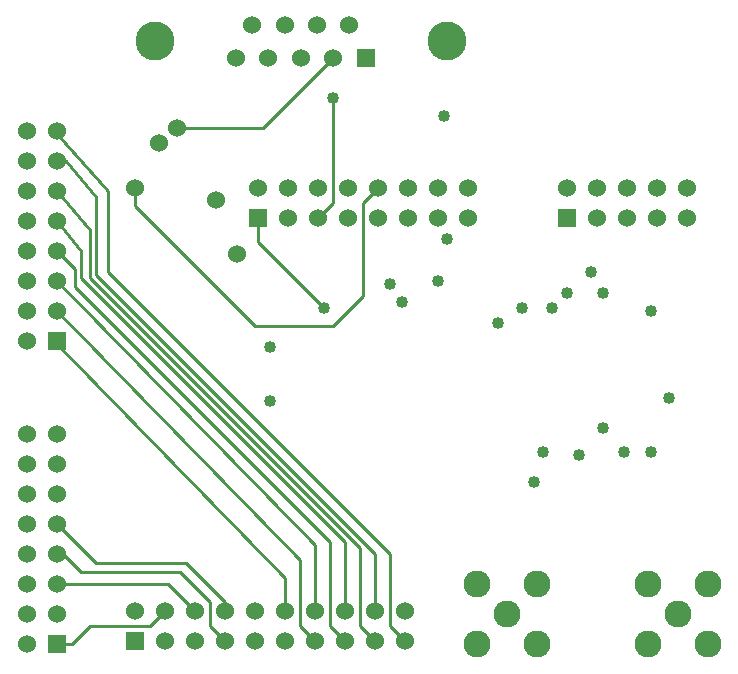
<source format=gbr>
From 53c42b897350587f5d47d722fa09bb787f3a6bdf Mon Sep 17 00:00:00 2001
From: matt
Date: Wed, 16 Aug 2006 05:12:35 +0000
Subject: add in generated files

git-svn-id: http://gnuradio.org/svn/gnuradio/trunk@3305 221aa14e-8319-0410-a670-987f0aec2ac5
---
 usrp-hw/basic-dboard/gbr/txmod_group4.gbr | 260 ++++++++++++++++++++++++++++++
 1 file changed, 260 insertions(+)
 create mode 100644 usrp-hw/basic-dboard/gbr/txmod_group4.gbr

(limited to 'usrp-hw/basic-dboard/gbr/txmod_group4.gbr')

diff --git a/usrp-hw/basic-dboard/gbr/txmod_group4.gbr b/usrp-hw/basic-dboard/gbr/txmod_group4.gbr
new file mode 100644
index 000000000..798450da0
--- /dev/null
+++ b/usrp-hw/basic-dboard/gbr/txmod_group4.gbr
@@ -0,0 +1,260 @@
+G04 Title: TX Daughterboard, layergroup #4 *
+G04 Creator: pcb-bin 1.99p *
+G04 CreationDate: Thu Dec 30 02:16:24 2004 UTC *
+G04 For: matt *
+G04 Format: Gerber/RS-274X *
+G04 PCB-Dimensions: 275000 250000 *
+G04 PCB-Coordinate-Origin: lower left *
+%MOIN*%
+%FSLAX24Y24*%
+G04 contains layers Vcc-sldr (2) *
+%IPPOS*%
+%ADD11C,0.0100*%
+%ADD12C,0.0160*%
+%ADD13C,0.0460*%
+%ADD14C,0.0220*%
+%ADD15R,0.0160X0.0160*%
+%ADD16R,0.0460X0.0460*%
+%ADD17R,0.0220X0.0220*%
+%ADD18C,0.0080*%
+%ADD19R,0.0600X0.0600*%
+%ADD20R,0.0660X0.0660*%
+%ADD21R,0.0900X0.0900X0.0600X0.0600*%
+%ADD22R,0.0900X0.0900*%
+%ADD23C,0.0600*%
+%ADD24C,0.0660*%
+%ADD25C,0.0900X0.0600*%
+%ADD26C,0.0900*%
+%ADD27C,0.0125*%
+%AMTHERM1*7,0,0,0.0900,0.0600,0.0125,45*%
+%ADD28THERM1*%
+%ADD29C,0.1300*%
+%ADD30C,0.1360*%
+%ADD31C,0.1600X0.1300*%
+%ADD32C,0.1600*%
+%ADD33C,0.0200*%
+%ADD34R,0.0240X0.0240*%
+%ADD35R,0.0440X0.0440*%
+%ADD36R,0.0300X0.0300*%
+%ADD37C,0.0060*%
+%AMTHERM2*7,0,0,0.0900,0.0600,0.0100,45*%
+%ADD38THERM2*%
+%ADD39R,0.0540X0.0540*%
+%ADD40R,0.0650X0.0650*%
+%ADD41R,0.0950X0.0950*%
+%ADD42C,0.1200X0.0900*%
+%ADD43C,0.1200*%
+%ADD44C,0.0150*%
+%AMTHERM3*7,0,0,0.1200,0.0900,0.0150,45*%
+%ADD45THERM3*%
+%ADD46C,0.0720*%
+%ADD47C,0.0920X0.0720*%
+%ADD48C,0.0920*%
+%ADD49C,0.0240*%
+%ADD50C,0.0340*%
+%ADD51C,0.0500*%
+%ADD52R,0.0200X0.0200*%
+%ADD53R,0.0500X0.0500*%
+%ADD54C,0.0137*%
+%ADD55C,0.1320*%
+%ADD56C,0.1520*%
+%ADD57C,0.1520X0.1320*%
+%ADD58C,0.0400*%
+%ADD59C,0.0600X0.0400*%
+%AMTHERM4*7,0,0,0.0600,0.0400,0.0100,45*%
+%ADD60THERM4*%
+%ADD61C,0.0800*%
+%ADD62C,0.0800X0.0600*%
+%AMTHERM5*7,0,0,0.0800,0.0600,0.0160,45*%
+%ADD63THERM5*%
+%LNGROUP_3*%
+%LPD*%
+G01X0Y0D02*
+G54D11*X4500Y15800D02*Y16400D01*
+X8500Y11800D02*X4500Y15800D01*
+X11100Y11800D02*X8500D01*
+X12100Y12800D02*X11100Y11800D01*
+X12100Y15900D02*Y12800D01*
+X12600Y16400D02*X12100Y15900D01*
+X8780Y18400D02*X11120Y20740D01*
+X5900Y18400D02*X8780D01*
+X11000Y4600D02*X2500Y13100D01*
+X1900Y18200D02*Y18100D01*
+X3600Y16300D02*X1900Y18200D01*
+X3600Y13600D02*Y16300D01*
+X13000Y4200D02*X3600Y13600D01*
+X13000Y1800D02*Y4200D01*
+X13500Y1300D02*X13000Y1800D01*
+X2200Y17300D02*X1900Y17100D01*
+X3200Y16100D02*X2200Y17300D01*
+X3200Y13500D02*Y16100D01*
+X12500Y4200D02*X3200Y13500D01*
+X12500Y2300D02*Y4200D01*
+X3000Y15000D02*X1900Y16300D01*
+X3000Y13400D02*Y15000D01*
+X12000Y4400D02*X3000Y13400D01*
+X12000Y1800D02*Y4400D01*
+X12500Y1300D02*X12000Y1800D01*
+X2700Y14300D02*X1900Y15300D01*
+X2700Y13400D02*Y14300D01*
+X11500Y4600D02*X2700Y13400D01*
+X11500Y2300D02*Y4600D01*
+X2500Y13700D02*Y13100D01*
+X1900Y14300D02*X2500Y13700D01*
+X11000Y1800D02*Y4600D01*
+X11500Y1300D02*X11000Y1800D01*
+X10500Y4500D02*X1900Y13300D01*
+X10500Y2300D02*Y4500D01*
+X10000Y4000D02*X1900Y12300D01*
+X10000Y1800D02*Y4000D01*
+X10500Y1300D02*X10000Y1800D01*
+X9500Y3400D02*X1800Y11300D01*
+X9500Y2300D02*Y3400D01*
+X2100Y4200D02*X1900D01*
+X2700Y3600D02*X2100Y4200D01*
+X3200Y3900D02*X1900Y5200D01*
+X6200Y3900D02*X3200D01*
+X7500Y2600D02*X6200Y3900D01*
+X7500Y2300D02*Y2600D01*
+X6000Y3600D02*X2700D01*
+X7000Y2600D02*X6000Y3600D01*
+X7000Y1800D02*Y2600D01*
+X7500Y1300D02*X7000Y1800D01*
+X5600Y3200D02*X1900D01*
+X6500Y2300D02*X5600Y3200D01*
+X2400Y1200D02*X1900D01*
+X3000Y1800D02*X2400Y1200D01*
+X5000Y1800D02*X3000D01*
+X5500Y2300D02*X5000Y1800D01*
+X11100Y15900D02*Y19400D01*
+X10600Y15400D02*X11100Y15900D01*
+X8600Y14600D02*X10800Y12400D01*
+X8600Y15400D02*Y14600D01*
+G54D19*X12200Y20740D03*
+G54D23*X11120D03*
+X10040D03*
+X8960D03*
+X7880D03*
+X11660Y21860D03*
+X10580D03*
+X9500D03*
+X8420D03*
+G54D29*X14900Y21300D03*
+X5180D03*
+G54D19*X1900Y1200D03*
+G54D23*X900D03*
+X1900Y2200D03*
+X900D03*
+X1900Y3200D03*
+X900D03*
+X1900Y4200D03*
+X900D03*
+X1900Y5200D03*
+X900D03*
+X1900Y6200D03*
+X900D03*
+X1900Y7200D03*
+X900D03*
+X1900Y8200D03*
+X900D03*
+G54D19*X1900Y11300D03*
+G54D23*X900D03*
+X1900Y12300D03*
+X900D03*
+X1900Y13300D03*
+X900D03*
+X1900Y14300D03*
+X900D03*
+X1900Y15300D03*
+X900D03*
+X1900Y16300D03*
+X900D03*
+X1900Y17300D03*
+X900D03*
+X1900Y18300D03*
+X900D03*
+G54D19*X4500Y1300D03*
+G54D23*Y2300D03*
+X5500Y1300D03*
+Y2300D03*
+X6500Y1300D03*
+Y2300D03*
+X7500Y1300D03*
+Y2300D03*
+X8500Y1300D03*
+Y2300D03*
+X9500Y1300D03*
+Y2300D03*
+X10500Y1300D03*
+Y2300D03*
+X11500Y1300D03*
+Y2300D03*
+X12500Y1300D03*
+Y2300D03*
+X13500Y1300D03*
+Y2300D03*
+G54D19*X18900Y15400D03*
+G54D23*Y16400D03*
+X19900Y15400D03*
+Y16400D03*
+X20900Y15400D03*
+Y16400D03*
+X21900Y15400D03*
+Y16400D03*
+X22900Y15400D03*
+Y16400D03*
+G54D26*X22600Y2200D03*
+X21600Y1200D03*
+Y3200D03*
+X23600Y1200D03*
+Y3200D03*
+G54D19*X8600Y15400D03*
+G54D23*Y16400D03*
+X9600Y15400D03*
+Y16400D03*
+X10600Y15400D03*
+Y16400D03*
+X11600Y15400D03*
+Y16400D03*
+X12600Y15400D03*
+Y16400D03*
+X13600Y15400D03*
+Y16400D03*
+X14600Y15400D03*
+Y16400D03*
+X15600Y15400D03*
+Y16400D03*
+G54D26*X16900Y2200D03*
+X15900Y1200D03*
+Y3200D03*
+X17900Y1200D03*
+Y3200D03*
+G54D58*X22300Y9400D03*
+X16600Y11900D03*
+X18900Y12900D03*
+X20100D03*
+X19700Y13600D03*
+X14900Y14700D03*
+X14600Y13300D03*
+X13000Y13200D03*
+X13400Y12600D03*
+X19300Y7500D03*
+X20800Y7600D03*
+X20100Y8400D03*
+X18100Y7600D03*
+X17800Y6600D03*
+X14800Y18800D03*
+X9000Y11100D03*
+Y9300D03*
+X18400Y12400D03*
+X21700Y12300D03*
+X10800Y12400D03*
+X11100Y19400D03*
+X21700Y7600D03*
+X17400Y12400D03*
+G54D23*X5300Y17900D03*
+X5900Y18400D03*
+X4500Y16400D03*
+X7900Y14200D03*
+X7200Y16000D03*
+M02*
-- 
cgit 


</source>
